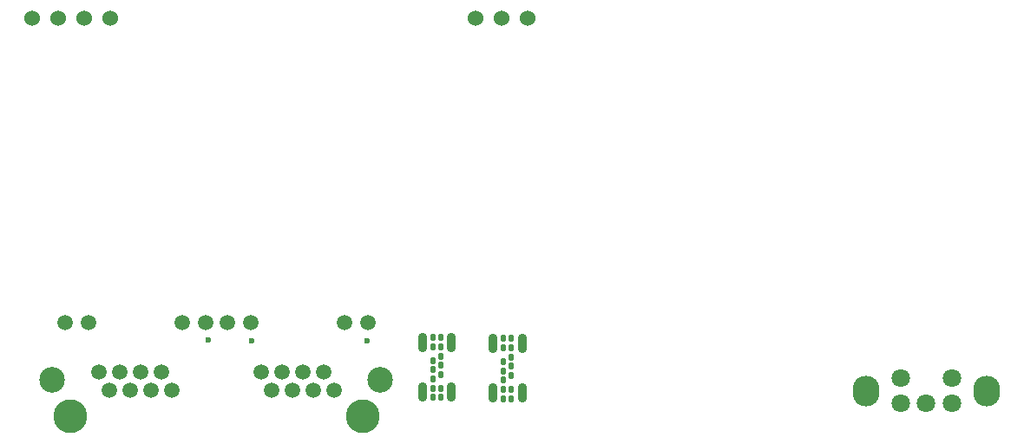
<source format=gbr>
%TF.GenerationSoftware,KiCad,Pcbnew,8.0.1*%
%TF.CreationDate,2024-05-07T15:17:13+02:00*%
%TF.ProjectId,WCH-Eth-Base,5743482d-4574-4682-9d42-6173652e6b69,rev?*%
%TF.SameCoordinates,Original*%
%TF.FileFunction,Copper,L2,Inr*%
%TF.FilePolarity,Positive*%
%FSLAX46Y46*%
G04 Gerber Fmt 4.6, Leading zero omitted, Abs format (unit mm)*
G04 Created by KiCad (PCBNEW 8.0.1) date 2024-05-07 15:17:13*
%MOMM*%
%LPD*%
G01*
G04 APERTURE LIST*
%TA.AperFunction,ComponentPad*%
%ADD10C,3.300000*%
%TD*%
%TA.AperFunction,ComponentPad*%
%ADD11C,1.520000*%
%TD*%
%TA.AperFunction,ComponentPad*%
%ADD12C,2.500000*%
%TD*%
%TA.AperFunction,ComponentPad*%
%ADD13O,0.550000X0.700000*%
%TD*%
%TA.AperFunction,ComponentPad*%
%ADD14O,0.900000X1.900000*%
%TD*%
%TA.AperFunction,ComponentPad*%
%ADD15O,2.600000X3.000000*%
%TD*%
%TA.AperFunction,ComponentPad*%
%ADD16C,1.800000*%
%TD*%
%TA.AperFunction,ComponentPad*%
%ADD17C,1.524000*%
%TD*%
%TA.AperFunction,ViaPad*%
%ADD18C,0.600000*%
%TD*%
G04 APERTURE END LIST*
D10*
%TO.N,*%
%TO.C,RJ1*%
X6755800Y2752800D03*
X35255800Y2752800D03*
D11*
%TO.N,Eth0_BI_DA+*%
X16675800Y5292800D03*
%TO.N,Eth0_BI_DA-*%
X15655800Y7082800D03*
%TO.N,Eth0_BI_DB+*%
X14635800Y5292800D03*
%TO.N,Eth0_BI_DC+*%
X13615800Y7082800D03*
%TO.N,Eth0_BI_DC-*%
X12595800Y5292800D03*
%TO.N,Eth0_BI_DB-*%
X11575800Y7082800D03*
%TO.N,Eth0_BI_DD+*%
X10555800Y5292800D03*
%TO.N,Eth0_BI_DD-*%
X9535800Y7082800D03*
%TO.N,Eth1_LedL*%
X19965800Y11892800D03*
%TO.N,Net-(R42-Pad2)*%
X17675800Y11892800D03*
%TO.N,Eth1_LedR*%
X8535800Y11892800D03*
%TO.N,Net-(R41-Pad2)*%
X6245800Y11892800D03*
%TO.N,Eth1_BI_DA+*%
X32475800Y5292800D03*
%TO.N,Eth1_BI_DA-*%
X31455800Y7082800D03*
%TO.N,Eth1_BI_DB+*%
X30435800Y5292800D03*
%TO.N,Eth1_BI_DC+*%
X29415800Y7082800D03*
%TO.N,Eth1_BI_DC-*%
X28395800Y5292800D03*
%TO.N,Eth1_BI_DB-*%
X27375800Y7082800D03*
%TO.N,Eth1_BI_DD+*%
X26355800Y5292800D03*
%TO.N,Eth1_BI_DD-*%
X25335800Y7082800D03*
%TO.N,Eth0_LedL*%
X35765800Y11892800D03*
%TO.N,Net-(R44-Pad2)*%
X33475800Y11892800D03*
%TO.N,Eth0_LedR*%
X24335800Y11892800D03*
%TO.N,Net-(R43-Pad2)*%
X22045800Y11892800D03*
D12*
%TO.N,Earth*%
X5005800Y6322800D03*
X37005800Y6322800D03*
%TD*%
D13*
%TO.N,GND*%
%TO.C,J4*%
X49034000Y4510800D03*
%TO.N,Net-(D10-A)*%
X49034000Y5410800D03*
%TO.N,Net-(J4-CC1)*%
X49034000Y6320800D03*
%TO.N,Net-(J4-D+-PadA6)*%
X49034000Y7220800D03*
%TO.N,Net-(J4-D--PadA7)*%
X49034000Y8120800D03*
%TO.N,Net-(D10-A)*%
X49034000Y9470800D03*
%TO.N,GND*%
X49034000Y10370800D03*
X49784000Y10370800D03*
%TO.N,Net-(D10-A)*%
X49784000Y9470800D03*
%TO.N,Net-(J4-CC2)*%
X49784000Y8570800D03*
%TO.N,Net-(J4-D+-PadA6)*%
X49784000Y7670800D03*
%TO.N,Net-(J4-D--PadA7)*%
X49784000Y6760800D03*
%TO.N,Net-(D10-A)*%
X49784000Y5410800D03*
%TO.N,GND*%
X49784000Y4510800D03*
D14*
%TO.N,N/C*%
X50834000Y9870800D03*
X50834000Y5070800D03*
X47974000Y9870800D03*
X47974000Y5070800D03*
%TD*%
D13*
%TO.N,GND*%
%TO.C,J5*%
X42150600Y4601400D03*
%TO.N,Net-(D11-A)*%
X42150600Y5501400D03*
%TO.N,Net-(J5-CC1)*%
X42150600Y6411400D03*
%TO.N,Net-(J5-D+-PadA6)*%
X42150600Y7311400D03*
%TO.N,Net-(J5-D--PadA7)*%
X42150600Y8211400D03*
%TO.N,Net-(D11-A)*%
X42150600Y9561400D03*
%TO.N,GND*%
X42150600Y10461400D03*
X42900600Y10461400D03*
%TO.N,Net-(D11-A)*%
X42900600Y9561400D03*
%TO.N,Net-(J5-CC2)*%
X42900600Y8661400D03*
%TO.N,Net-(J5-D+-PadA6)*%
X42900600Y7761400D03*
%TO.N,Net-(J5-D--PadA7)*%
X42900600Y6851400D03*
%TO.N,Net-(D11-A)*%
X42900600Y5501400D03*
%TO.N,GND*%
X42900600Y4601400D03*
D14*
%TO.N,N/C*%
X43950600Y9961400D03*
X43950600Y5161400D03*
X41090600Y9961400D03*
X41090600Y5161400D03*
%TD*%
D15*
%TO.N,*%
%TO.C,SW3*%
X96121600Y5258000D03*
X84421600Y5258000D03*
D16*
%TO.N,EncoderA*%
X87771600Y4008000D03*
%TO.N,EncoderB*%
X92771600Y4008000D03*
%TO.N,GND*%
X90271600Y4008000D03*
%TO.N,EncoderS1*%
X87771600Y6508000D03*
%TO.N,GND*%
X92771600Y6508000D03*
%TD*%
D17*
%TO.N,Net-(C20-Pad1)*%
%TO.C,U4*%
X3033400Y41630600D03*
%TO.N,Net-(C21-Pad1)*%
X5573400Y41630600D03*
%TO.N,Net-(C23-Pad1)*%
X8113400Y41630600D03*
%TO.N,Net-(C24-Pad1)*%
X10653400Y41630600D03*
%TO.N,GND*%
X46253400Y41630600D03*
%TO.N,+12V*%
X48793400Y41630600D03*
%TO.N,unconnected-(U4-Adj-Pad7)*%
X51333400Y41630600D03*
%TD*%
D18*
%TO.N,+3.3V*%
X35712400Y10160000D03*
X20243800Y10210800D03*
X24460200Y10134600D03*
%TD*%
M02*

</source>
